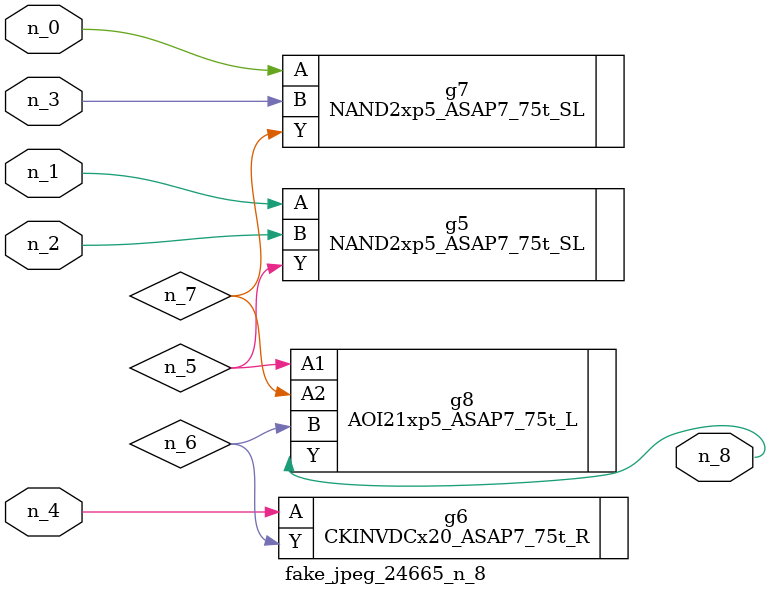
<source format=v>
module fake_jpeg_24665_n_8 (n_3, n_2, n_1, n_0, n_4, n_8);

input n_3;
input n_2;
input n_1;
input n_0;
input n_4;

output n_8;

wire n_6;
wire n_5;
wire n_7;

NAND2xp5_ASAP7_75t_SL g5 ( 
.A(n_1),
.B(n_2),
.Y(n_5)
);

CKINVDCx20_ASAP7_75t_R g6 ( 
.A(n_4),
.Y(n_6)
);

NAND2xp5_ASAP7_75t_SL g7 ( 
.A(n_0),
.B(n_3),
.Y(n_7)
);

AOI21xp5_ASAP7_75t_L g8 ( 
.A1(n_5),
.A2(n_7),
.B(n_6),
.Y(n_8)
);


endmodule
</source>
